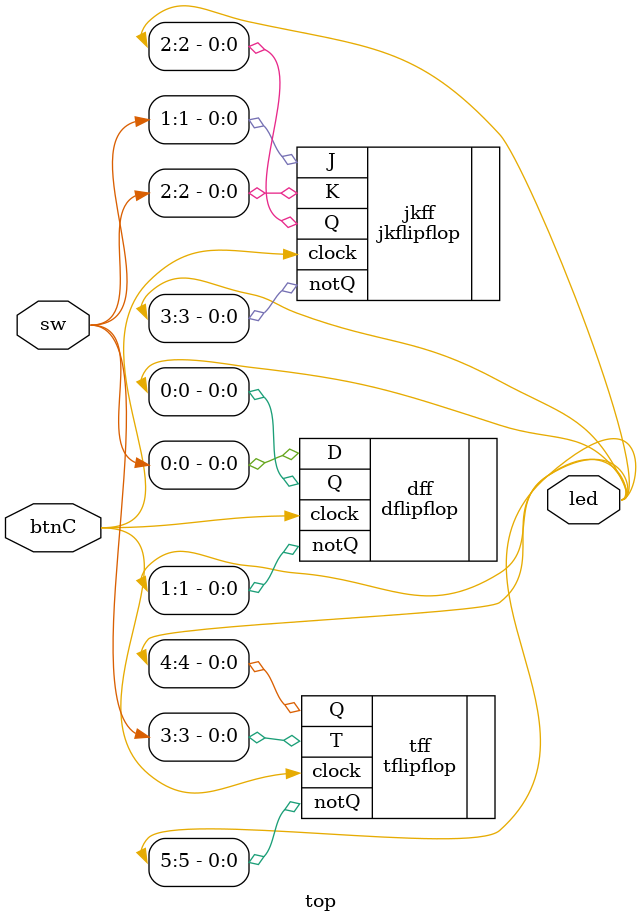
<source format=v>
module top(
        input [3:0] sw,
        input btnC,
        output[5:0] led
    );
    
    dflipflop dff(
        .D(sw[0]),
        .clock(btnC),
        .Q(led[0]),
        .notQ(led[1])
    );
    
    jkflipflop jkff(
        .J(sw[1]),
        .K(sw[2]),
        .clock(btnC),
        .Q(led[2]),
        .notQ(led[3])
    );
    
    tflipflop tff(
        .T(sw[3]),
        .clock(btnC),
        .Q(led[4]),
        .notQ(led[5])
    
    );
    
    
endmodule

</source>
